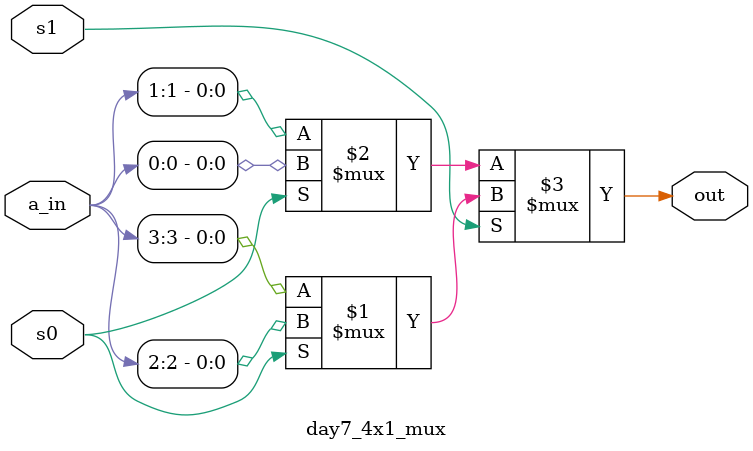
<source format=sv>
`timescale 1ns/1ps





 module day7_4x1_mux( 
     input  logic [3:0] a_in,
     input logic s0,
     input logic s1,
     output logic out);

 assign out = s1 ? (s0? a_in[2]:a_in[3]):(s0? a_in[0]:a_in[1]);

endmodule 
</source>
